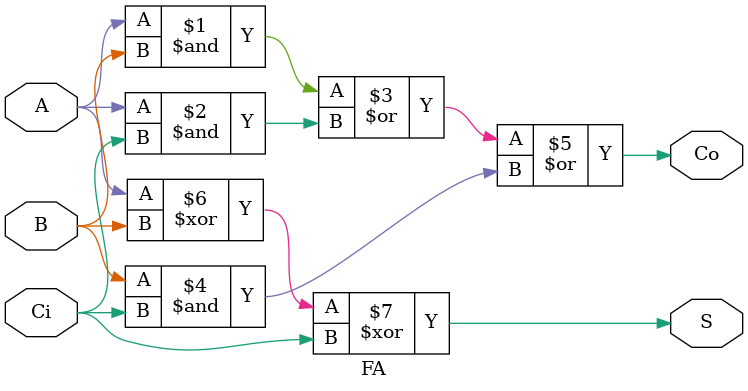
<source format=sv>
module FA(
    input logic A,
    input logic B,
    input logic Ci,
    output logic Co,
    output logic S
);
    assign Co = (A & B) | (A & Ci) | (B & Ci);
    assign S = A ^ B ^ Ci;
endmodule
</source>
